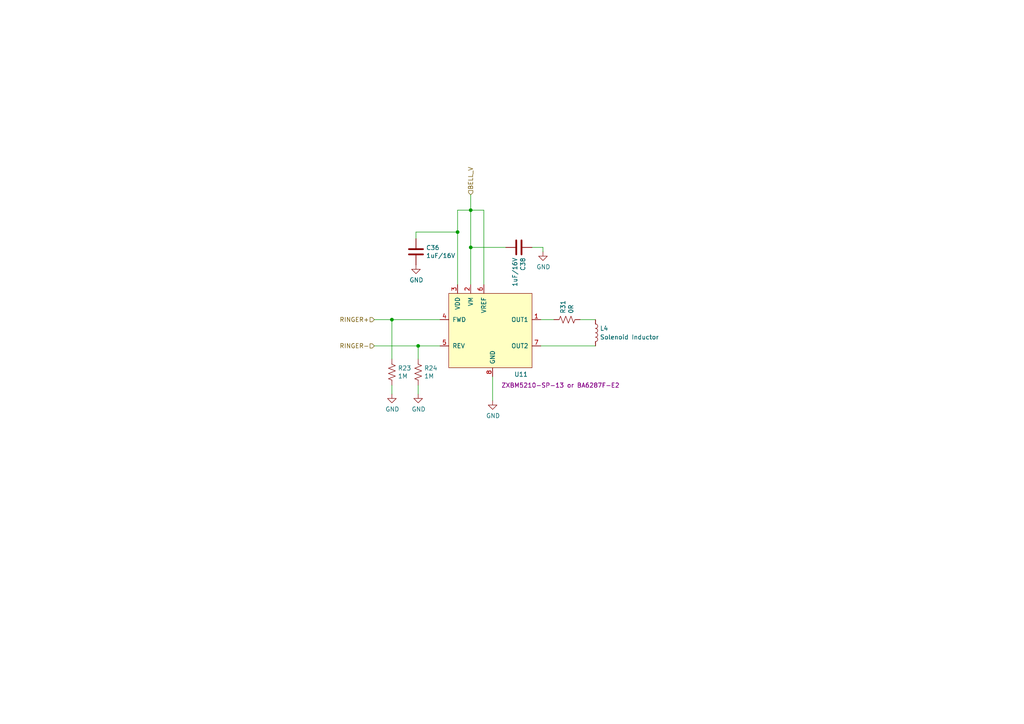
<source format=kicad_sch>
(kicad_sch (version 20211123) (generator eeschema)
  (paper "A4")
  (title_block (title "RCP 4G BELL RINGER"))
  (lib_symbols
    (symbol "Device:C" (pin_numbers hide) (pin_names (offset 0.254))
      (property "Reference" "C" (at 0.635 2.54 0))
      (property "Value" "C" (at 0.635 -2.54 0))
      (symbol "C_0_1"
        (polyline (pts (xy -2.032 -0.762) (xy 2.032 -0.762)) (stroke (width 0.508)))
        (polyline (pts (xy -2.032 0.762) (xy 2.032 0.762)) (stroke (width 0.508)))
      )
      (symbol "C_1_1"
        (pin passive line (at 0 3.81 270) (length 2.794) (name "~") (number "1"))
        (pin passive line (at 0 -3.81 90) (length 2.794) (name "~") (number "2"))
      )
    )
    (symbol "Device:L" (pin_numbers hide) (pin_names (offset 1.016) hide)
      (property "Reference" "L" (at -1.27 0 90))
      (property "Value" "L" (at 1.905 0 90))
      (symbol "L_0_1"
        (arc (start 0 -2.54) (mid 0.635 -1.905) (end 0 -1.27))
        (arc (start 0 -1.27) (mid 0.635 -0.635) (end 0 0))
        (arc (start 0 0) (mid 0.635 0.635) (end 0 1.27))
        (arc (start 0 1.27) (mid 0.635 1.905) (end 0 2.54))
      )
      (symbol "L_1_1"
        (pin passive line (at 0 3.81 270) (length 1.27) (name "1") (number "1"))
        (pin passive line (at 0 -3.81 90) (length 1.27) (name "2") (number "2"))
      )
    )
    (symbol "Device:R_US" (pin_numbers hide) (pin_names (offset 0))
      (property "Reference" "R" (at 2.54 0 90))
      (property "Value" "R_US" (at -2.54 0 90))
      (symbol "R_US_0_1"
        (polyline (pts (xy 0 -2.286) (xy 0 -2.54)))
        (polyline (pts (xy 0 2.286) (xy 0 2.54)))
        (polyline (pts (xy 0 -0.762) (xy 1.016 -1.143) (xy 0 -1.524) (xy -1.016 -1.905) (xy 0 -2.286)))
        (polyline (pts (xy 0 0.762) (xy 1.016 0.381) (xy 0 0) (xy -1.016 -0.381) (xy 0 -0.762)))
        (polyline (pts (xy 0 2.286) (xy 1.016 1.905) (xy 0 1.524) (xy -1.016 1.143) (xy 0 0.762)))
      )
      (symbol "R_US_1_1"
        (pin passive line (at 0 3.81 270) (length 1.27) (name "~") (number "1"))
        (pin passive line (at 0 -3.81 90) (length 1.27) (name "~") (number "2"))
      )
    )
    (symbol "MyLibrary:ZXBM5210-SP-13" (pin_names (offset 1.016))
      (property "Reference" "U" (at -10.16 25.4 0))
      (property "Value" "MyLibrary_ZXBM5210-SP-13" (at 0 0 0))
      (symbol "ZXBM5210-SP-13_0_1"
        (rectangle (start -12.7 11.43) (end 11.43 -10.16) (fill (type background)))
      )
      (symbol "ZXBM5210-SP-13_1_1"
        (pin power_out line (at 13.97 3.81 180) (length 2.54) (name "OUT1") (number "1"))
        (pin power_in line (at -6.35 13.97 270) (length 2.54) (name "VM") (number "2"))
        (pin power_in line (at -10.16 13.97 270) (length 2.54) (name "VDD") (number "3"))
        (pin input line (at -15.24 3.81 0) (length 2.54) (name "FWD") (number "4"))
        (pin input line (at -15.24 -3.81 0) (length 2.54) (name "REV") (number "5"))
        (pin input line (at -2.54 13.97 270) (length 2.54) (name "VREF") (number "6"))
        (pin power_out line (at 13.97 -3.81 180) (length 2.54) (name "OUT2") (number "7"))
        (pin power_in line (at 0 -12.7 90) (length 2.54) (name "GND") (number "8"))
      )
    )
    (symbol "power:GND" (power) (pin_names (offset 0))
      (property "Value" "GND" (at 0 -3.81 0))
      (symbol "GND_0_1"
        (polyline (pts (xy 0 0) (xy 0 -1.27) (xy 1.27 -1.27) (xy 0 -2.54) (xy -1.27 -1.27) (xy 0 -1.27)))
      )
      (symbol "GND_1_1"
        (pin power_in line (at 0 0 270) (length 0) hide (name "GND") (number "1"))
      )
    )
  )
  (junction (at 121.285 100.33))
  (junction (at 136.525 71.755))
  (junction (at 113.665 92.71))
  (junction (at 136.525 60.96))
  (junction (at 132.715 67.31))
  (wire (pts (xy 142.875 109.22) (xy 142.875 116.205)))
  (wire (pts (xy 113.665 114.3) (xy 113.665 111.76)))
  (wire (pts (xy 136.525 60.96) (xy 140.335 60.96)))
  (wire (pts (xy 121.285 104.14) (xy 121.285 100.33)))
  (wire (pts (xy 154.305 71.755) (xy 157.48 71.755)))
  (wire (pts (xy 113.665 92.71) (xy 127.635 92.71)))
  (wire (pts (xy 127.635 100.33) (xy 121.285 100.33)))
  (wire (pts (xy 136.525 71.755) (xy 136.525 82.55)))
  (wire (pts (xy 136.525 60.96) (xy 136.525 56.515)))
  (wire (pts (xy 136.525 71.755) (xy 146.685 71.755)))
  (wire (pts (xy 120.65 67.31) (xy 132.715 67.31)))
  (wire (pts (xy 157.48 71.755) (xy 157.48 73.025)))
  (wire (pts (xy 132.715 60.96) (xy 136.525 60.96)))
  (wire (pts (xy 136.525 60.96) (xy 136.525 71.755)))
  (wire (pts (xy 132.715 82.55) (xy 132.715 67.31)))
  (wire (pts (xy 156.845 100.33) (xy 172.72 100.33)))
  (wire (pts (xy 108.585 92.71) (xy 113.665 92.71)))
  (wire (pts (xy 168.275 92.71) (xy 172.72 92.71)))
  (wire (pts (xy 132.715 67.31) (xy 132.715 60.96)))
  (wire (pts (xy 121.285 114.3) (xy 121.285 111.76)))
  (wire (pts (xy 140.335 60.96) (xy 140.335 82.55)))
  (wire (pts (xy 156.845 92.71) (xy 160.655 92.71)))
  (wire (pts (xy 121.285 100.33) (xy 108.585 100.33)))
  (wire (pts (xy 113.665 104.14) (xy 113.665 92.71)))
  (wire (pts (xy 120.65 67.31) (xy 120.65 69.215)))
  (hierarchical_label "RINGER+" (shape input) (at 108.585 92.71 180))
  (hierarchical_label "BELL_V" (shape input) (at 136.525 56.515 90))
  (hierarchical_label "RINGER-" (shape input) (at 108.585 100.33 180))
  (symbol (lib_id "Device:R_US") (at 121.285 107.95 0) (unit 1)
    (property "Reference" "R24" (at 123.0122 106.7816 0) (effects (justify left)))
    (property "Value" "1M" (at 123.0122 109.093 0) (effects (justify left)))
    (property "Footprint" "Resistor_SMD:R_0603_1608Metric" (effects hide))
  )
  (symbol (lib_id "power:GND") (at 121.285 114.3 0) (unit 1)
    (property "Reference" "#PWR0215" (effects hide))
    (property "Value" "GND" (at 121.412 118.6942 0))
  )
  (symbol (lib_id "MyLibrary:ZXBM5210-SP-13") (at 142.875 96.52 0) (unit 1)
    (property "Reference" "U11" (at 151.13 108.585 0))
    (property "Value" "Driver for Bell Coil" (effects hide))
    (property "Footprint" "MyFootprints:SO-8EP" (effects hide))
    (property "Datasheet" "https://www.diodes.com/assets/Datasheets/ZXBM5210.pdf" (effects hide))
    (property "Mfg. Name" "Diodes Inc." (effects hide))
    (property "Mfg. Part No." "ZXBM5210-SP-13 or BA6287F-E2" (at 162.56 111.76 0))
  )
  (symbol (lib_id "Device:R_US") (at 113.665 107.95 0) (unit 1)
    (property "Reference" "R23" (at 115.3922 106.7816 0) (effects (justify left)))
    (property "Value" "1M" (at 115.3922 109.093 0) (effects (justify left)))
    (property "Footprint" "Resistor_SMD:R_0603_1608Metric" (effects hide))
  )
  (symbol (lib_id "power:GND") (at 113.665 114.3 0) (unit 1)
    (property "Reference" "#PWR0214" (effects hide))
    (property "Value" "GND" (at 113.792 118.6942 0))
  )
  (symbol (lib_id "power:GND") (at 142.875 116.205 0) (unit 1)
    (property "Reference" "#PWR0228" (effects hide))
    (property "Value" "GND" (at 143.002 120.5992 0))
  )
  (symbol (lib_id "Device:C") (at 120.65 73.025 0) (unit 1)
    (property "Reference" "C36" (at 123.571 71.8566 0) (effects (justify left)))
    (property "Value" "1uF/16V" (at 123.571 74.168 0) (effects (justify left)))
    (property "Footprint" "Capacitor_SMD:C_0805_2012Metric" (effects hide))
    (property "Mfg. Name" "Kemet" (effects hide))
    (property "Mfg. Part No." "C0805C105K4RACTU" (effects hide))
  )
  (symbol (lib_id "Device:C") (at 150.495 71.755 270) (unit 1)
    (property "Reference" "C38" (at 151.6634 74.676 0) (effects (justify left)))
    (property "Value" "1uF/16V" (at 149.352 74.676 0) (effects (justify left)))
    (property "Footprint" "Capacitor_SMD:C_0805_2012Metric" (effects hide))
    (property "Mfg. Name" "Kemet" (effects hide))
    (property "Mfg. Part No." "C0805C105K4RACTU" (effects hide))
  )
  (symbol (lib_id "power:GND") (at 120.65 76.835 0) (unit 1)
    (property "Reference" "#PWR0229" (effects hide))
    (property "Value" "GND" (at 120.777 81.2292 0))
  )
  (symbol (lib_id "power:GND") (at 157.48 73.025 0) (unit 1)
    (property "Reference" "#PWR0243" (effects hide))
    (property "Value" "GND" (at 157.607 77.4192 0))
  )
  (symbol (lib_id "Device:R_US") (at 164.465 92.71 90) (unit 1)
    (property "Reference" "R31" (at 163.2966 90.9828 0) (effects (justify left)))
    (property "Value" "0R" (at 165.608 90.9828 0) (effects (justify left)))
    (property "Footprint" "Resistor_SMD:R_0603_1608Metric" (effects hide))
  )
  (symbol (lib_id "Device:L") (at 172.72 96.52 0) (unit 1)
    (property "Reference" "L4" (at 173.99 95.2499 0) (effects (justify left)))
    (property "Value" "Solenoid Inductor" (at 173.99 97.7899 0) (effects (justify left)))
    (property "Footprint" "MyFootprints:BournsInductor_RLB9012-472KL" (effects hide))
    (property "Mfg. Name" "Bourns" (effects hide))
    (property "Mfg. Part No." "RLB9012-472KL" (effects hide))
  )
)
</source>
